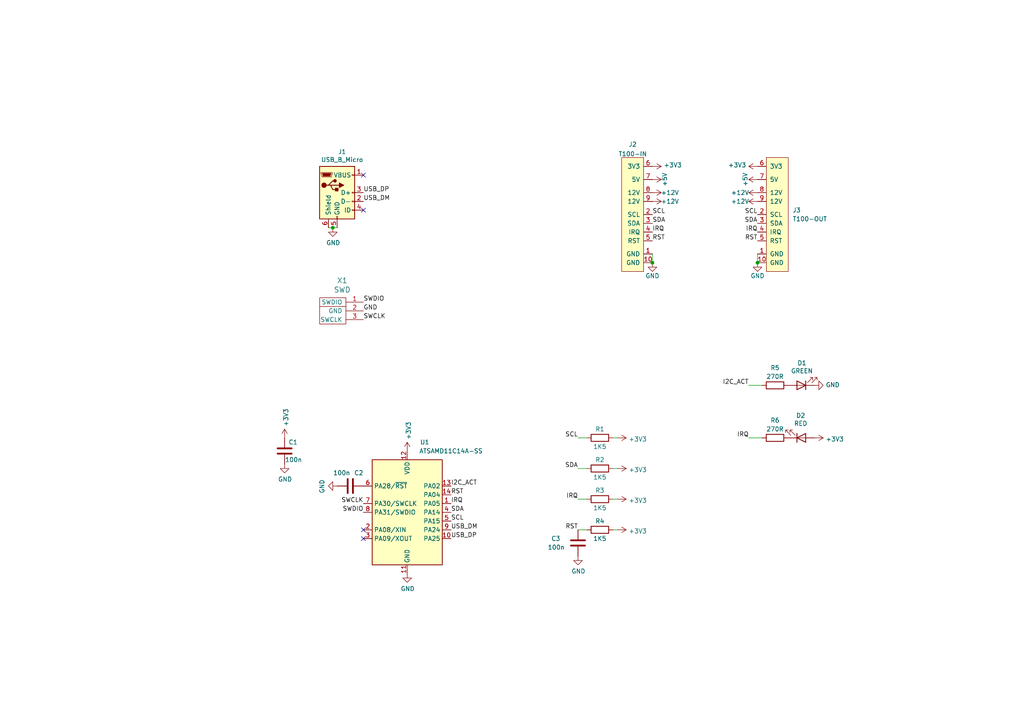
<source format=kicad_sch>
(kicad_sch (version 20211123) (generator eeschema)
  (paper "A4")
  (lib_symbols
    (symbol "Connector:USB_B_Micro" (pin_names (offset 1.016))
      (property "Reference" "J" (at -5.08 11.43 0))
      (property "Value" "USB_B_Micro" (at -5.08 8.89 0))
      (symbol "USB_B_Micro_0_1"
        (rectangle (start -5.08 -7.62) (end 5.08 7.62) (stroke (width 0.254)) (fill (type background)))
        (circle (center -3.81 2.159) (radius 0.635) (stroke (width 0.254)) (fill (type outline)))
        (circle (center -0.635 3.429) (radius 0.381) (stroke (width 0.254)) (fill (type outline)))
        (rectangle (start -0.127 -7.62) (end 0.127 -6.858))
        (polyline (pts (xy -1.905 2.159) (xy 0.635 2.159)) (stroke (width 0.254)))
        (polyline (pts (xy -3.175 2.159) (xy -2.54 2.159) (xy -1.27 3.429) (xy -0.635 3.429)) (stroke (width 0.254)))
        (polyline (pts (xy -2.54 2.159) (xy -1.905 2.159) (xy -1.27 0.889) (xy 0 0.889)) (stroke (width 0.254)))
        (polyline (pts (xy 0.635 2.794) (xy 0.635 1.524) (xy 1.905 2.159) (xy 0.635 2.794)) (stroke (width 0.254)) (fill (type outline)))
        (polyline (pts (xy -4.318 5.588) (xy -1.778 5.588) (xy -2.032 4.826) (xy -4.064 4.826) (xy -4.318 5.588)) (fill (type outline)))
        (polyline (pts (xy -4.699 5.842) (xy -4.699 5.588) (xy -4.445 4.826) (xy -4.445 4.572) (xy -1.651 4.572) (xy -1.651 4.826) (xy -1.397 5.588) (xy -1.397 5.842) (xy -4.699 5.842)))
        (rectangle (start 0.254 1.27) (end -0.508 0.508) (stroke (width 0.254)) (fill (type outline)))
        (rectangle (start 5.08 -5.207) (end 4.318 -4.953))
        (rectangle (start 5.08 -2.667) (end 4.318 -2.413))
        (rectangle (start 5.08 -0.127) (end 4.318 0.127))
        (rectangle (start 5.08 4.953) (end 4.318 5.207))
      )
      (symbol "USB_B_Micro_1_1"
        (pin power_out line (at 7.62 5.08 180) (length 2.54) (name "VBUS") (number "1"))
        (pin bidirectional line (at 7.62 -2.54 180) (length 2.54) (name "D-") (number "2"))
        (pin bidirectional line (at 7.62 0 180) (length 2.54) (name "D+") (number "3"))
        (pin passive line (at 7.62 -5.08 180) (length 2.54) (name "ID") (number "4"))
        (pin power_out line (at 0 -10.16 90) (length 2.54) (name "GND") (number "5"))
        (pin passive line (at -2.54 -10.16 90) (length 2.54) (name "Shield") (number "6"))
      )
    )
    (symbol "Device:C" (pin_numbers hide) (pin_names (offset 0.254))
      (property "Reference" "C" (at 0.635 2.54 0))
      (property "Value" "C" (at 0.635 -2.54 0))
      (symbol "C_0_1"
        (polyline (pts (xy -2.032 -0.762) (xy 2.032 -0.762)) (stroke (width 0.508)))
        (polyline (pts (xy -2.032 0.762) (xy 2.032 0.762)) (stroke (width 0.508)))
      )
      (symbol "C_1_1"
        (pin passive line (at 0 3.81 270) (length 2.794) (name "~") (number "1"))
        (pin passive line (at 0 -3.81 90) (length 2.794) (name "~") (number "2"))
      )
    )
    (symbol "Device:LED" (pin_numbers hide) (pin_names (offset 1.016) hide)
      (property "Reference" "D" (at 0 2.54 0))
      (property "Value" "LED" (at 0 -2.54 0))
      (symbol "LED_0_1"
        (polyline (pts (xy -1.27 -1.27) (xy -1.27 1.27)) (stroke (width 0.254)))
        (polyline (pts (xy -1.27 0) (xy 1.27 0)))
        (polyline (pts (xy 1.27 -1.27) (xy 1.27 1.27) (xy -1.27 0) (xy 1.27 -1.27)) (stroke (width 0.254)))
        (polyline (pts (xy -3.048 -0.762) (xy -4.572 -2.286) (xy -3.81 -2.286) (xy -4.572 -2.286) (xy -4.572 -1.524)))
        (polyline (pts (xy -1.778 -0.762) (xy -3.302 -2.286) (xy -2.54 -2.286) (xy -3.302 -2.286) (xy -3.302 -1.524)))
      )
      (symbol "LED_1_1"
        (pin passive line (at -3.81 0 0) (length 2.54) (name "K") (number "1"))
        (pin passive line (at 3.81 0 180) (length 2.54) (name "A") (number "2"))
      )
    )
    (symbol "Device:R" (pin_numbers hide) (pin_names (offset 0))
      (property "Reference" "R" (at 2.032 0 90))
      (property "Value" "R" (at 0 0 90))
      (symbol "R_0_1"
        (rectangle (start -1.016 -2.54) (end 1.016 2.54) (stroke (width 0.254)))
      )
      (symbol "R_1_1"
        (pin passive line (at 0 3.81 270) (length 1.27) (name "~") (number "1"))
        (pin passive line (at 0 -3.81 90) (length 1.27) (name "~") (number "2"))
      )
    )
    (symbol "Drake:SWD" (pin_names (offset 1.016))
      (property "Reference" "X" (at 0 6.35 0))
      (property "Value" "SWD" (at 0 -6.35 0))
      (symbol "SWD_0_1"
        (polyline (pts (xy 3.81 1.27) (xy -3.81 1.27)))
        (rectangle (start 3.81 3.81) (end -3.81 -3.81))
      )
      (symbol "SWD_1_1"
        (pin bidirectional line (at 8.89 2.54 180) (length 5.08) (name "SWDIO") (number "1"))
        (pin power_in line (at 8.89 0 180) (length 5.08) (name "GND") (number "2"))
        (pin bidirectional line (at 8.89 -2.54 180) (length 5.08) (name "SWCLK") (number "3"))
      )
    )
    (symbol "Drake:T100-IN" (pin_names (offset 1.016))
      (property "Reference" "J" (at -3.81 -17.78 0))
      (property "Value" "T100-IN" (at -2.54 17.78 0))
      (symbol "T100-IN_0_0"
        (pin power_out line (at 2.54 -11.43 180) (length 2.54) (name "GND") (number "1"))
        (pin power_in line (at 2.54 -13.97 180) (length 2.54) (name "GND") (number "10"))
        (pin output line (at 2.54 0 180) (length 2.54) (name "SCL") (number "2"))
        (pin bidirectional line (at 2.54 -2.54 180) (length 2.54) (name "SDA") (number "3"))
        (pin bidirectional line (at 2.54 -5.08 180) (length 2.54) (name "IRQ") (number "4"))
        (pin bidirectional line (at 2.54 -7.62 180) (length 2.54) (name "RST") (number "5"))
        (pin power_out line (at 2.54 13.97 180) (length 2.54) (name "3V3") (number "6"))
        (pin power_out line (at 2.54 10.16 180) (length 2.54) (name "5V") (number "7"))
        (pin power_out line (at 2.54 6.35 180) (length 2.54) (name "12V") (number "8"))
        (pin power_in line (at 2.54 3.81 180) (length 2.54) (name "12V") (number "9"))
      )
      (symbol "T100-IN_0_1"
        (rectangle (start 0 16.51) (end -6.35 -16.51) (fill (type background)))
      )
    )
    (symbol "Drake:T100-OUT" (pin_names (offset 1.016))
      (property "Reference" "J" (at 1.27 -17.78 0))
      (property "Value" "T100-OUT" (at 3.81 17.78 0))
      (symbol "T100-OUT_0_0"
        (pin power_in line (at -2.54 -11.43 0) (length 2.54) (name "GND") (number "1"))
        (pin power_in line (at -2.54 -13.97 0) (length 2.54) (name "GND") (number "10"))
        (pin input line (at -2.54 0 0) (length 2.54) (name "SCL") (number "2"))
        (pin bidirectional line (at -2.54 -2.54 0) (length 2.54) (name "SDA") (number "3"))
        (pin bidirectional line (at -2.54 -5.08 0) (length 2.54) (name "IRQ") (number "4"))
        (pin bidirectional line (at -2.54 -7.62 0) (length 2.54) (name "RST") (number "5"))
        (pin power_in line (at -2.54 13.97 0) (length 2.54) (name "3V3") (number "6"))
        (pin power_in line (at -2.54 10.16 0) (length 2.54) (name "5V") (number "7"))
        (pin power_in line (at -2.54 6.35 0) (length 2.54) (name "12V") (number "8"))
        (pin power_in line (at -2.54 3.81 0) (length 2.54) (name "12V") (number "9"))
      )
      (symbol "T100-OUT_0_1"
        (rectangle (start 6.35 16.51) (end 0 -16.51) (fill (type background)))
      )
    )
    (symbol "MCU_Microchip_SAMD:ATSAMD11C14A-SS"
      (property "Reference" "U" (at -10.16 16.51 0))
      (property "Value" "ATSAMD11C14A-SS" (at 1.27 16.51 0))
      (symbol "ATSAMD11C14A-SS_0_1"
        (rectangle (start -10.16 15.24) (end 10.16 -15.24) (stroke (width 0.254)) (fill (type background)))
      )
      (symbol "ATSAMD11C14A-SS_1_1"
        (pin bidirectional line (at 12.7 2.54 180) (length 2.54) (name "PA05") (number "1"))
        (pin bidirectional line (at 12.7 -7.62 180) (length 2.54) (name "PA25") (number "10"))
        (pin power_in line (at 0 -17.78 90) (length 2.54) (name "GND") (number "11"))
        (pin power_in line (at 0 17.78 270) (length 2.54) (name "VDD") (number "12"))
        (pin bidirectional line (at 12.7 7.62 180) (length 2.54) (name "PA02") (number "13"))
        (pin bidirectional line (at 12.7 5.08 180) (length 2.54) (name "PA04") (number "14"))
        (pin bidirectional line (at -12.7 -5.08 0) (length 2.54) (name "PA08/XIN") (number "2"))
        (pin bidirectional line (at -12.7 -7.62 0) (length 2.54) (name "PA09/XOUT") (number "3"))
        (pin bidirectional line (at 12.7 0 180) (length 2.54) (name "PA14") (number "4"))
        (pin bidirectional line (at 12.7 -2.54 180) (length 2.54) (name "PA15") (number "5"))
        (pin bidirectional line (at -12.7 7.62 0) (length 2.54) (name "PA28/~{RST}") (number "6"))
        (pin bidirectional line (at -12.7 2.54 0) (length 2.54) (name "PA30/SWCLK") (number "7"))
        (pin bidirectional line (at -12.7 0 0) (length 2.54) (name "PA31/SWDIO") (number "8"))
        (pin bidirectional line (at 12.7 -5.08 180) (length 2.54) (name "PA24") (number "9"))
      )
    )
    (symbol "power:+12V" (power) (pin_names (offset 0))
      (property "Value" "+12V" (at 0 3.556 0))
      (symbol "+12V_0_1"
        (polyline (pts (xy -0.762 1.27) (xy 0 2.54)))
        (polyline (pts (xy 0 0) (xy 0 2.54)))
        (polyline (pts (xy 0 2.54) (xy 0.762 1.27)))
      )
      (symbol "+12V_1_1"
        (pin power_in line (at 0 0 90) (length 0) hide (name "+12V") (number "1"))
      )
    )
    (symbol "power:+3V3" (power) (pin_names (offset 0))
      (property "Value" "+3V3" (at 0 3.556 0))
      (symbol "+3V3_0_1"
        (polyline (pts (xy -0.762 1.27) (xy 0 2.54)))
        (polyline (pts (xy 0 0) (xy 0 2.54)))
        (polyline (pts (xy 0 2.54) (xy 0.762 1.27)))
      )
      (symbol "+3V3_1_1"
        (pin power_in line (at 0 0 90) (length 0) hide (name "+3V3") (number "1"))
      )
    )
    (symbol "power:+5V" (power) (pin_names (offset 0))
      (property "Value" "+5V" (at 0 3.556 0))
      (symbol "+5V_0_1"
        (polyline (pts (xy -0.762 1.27) (xy 0 2.54)))
        (polyline (pts (xy 0 0) (xy 0 2.54)))
        (polyline (pts (xy 0 2.54) (xy 0.762 1.27)))
      )
      (symbol "+5V_1_1"
        (pin power_in line (at 0 0 90) (length 0) hide (name "+5V") (number "1"))
      )
    )
    (symbol "power:GND" (power) (pin_names (offset 0))
      (property "Value" "GND" (at 0 -3.81 0))
      (symbol "GND_0_1"
        (polyline (pts (xy 0 0) (xy 0 -1.27) (xy 1.27 -1.27) (xy 0 -2.54) (xy -1.27 -1.27) (xy 0 -1.27)))
      )
      (symbol "GND_1_1"
        (pin power_in line (at 0 0 270) (length 0) hide (name "GND") (number "1"))
      )
    )
  )
  (junction (at 96.52 66.04))
  (junction (at 189.23 76.2))
  (junction (at 219.71 76.2))
  (no_connect (at 105.41 156.21))
  (no_connect (at 105.41 60.96))
  (no_connect (at 105.41 153.67))
  (no_connect (at 105.41 50.8))
  (wire (pts (xy 170.18 144.78) (xy 167.64 144.78)))
  (wire (pts (xy 177.8 153.67) (xy 179.07 153.67)))
  (wire (pts (xy 217.17 127) (xy 220.98 127)))
  (wire (pts (xy 219.71 73.66) (xy 219.71 76.2)))
  (wire (pts (xy 177.8 135.89) (xy 179.07 135.89)))
  (wire (pts (xy 189.23 73.66) (xy 189.23 76.2)))
  (wire (pts (xy 96.52 66.04) (xy 97.79 66.04)))
  (wire (pts (xy 170.18 127) (xy 167.64 127)))
  (wire (pts (xy 170.18 135.89) (xy 167.64 135.89)))
  (wire (pts (xy 177.8 127) (xy 179.07 127)))
  (wire (pts (xy 177.8 144.78) (xy 179.07 144.78)))
  (wire (pts (xy 95.25 66.04) (xy 96.52 66.04)))
  (wire (pts (xy 217.17 111.76) (xy 220.98 111.76)))
  (wire (pts (xy 170.18 153.67) (xy 167.64 153.67)))
  (label "SCL" (at 189.23 62.23 0))
  (label "SCL" (at 219.71 62.23 180))
  (label "USB_DP" (at 105.41 55.88 0))
  (label "IRQ" (at 219.71 67.31 180))
  (label "RST" (at 130.81 143.51 0))
  (label "SWCLK" (at 105.41 146.05 180))
  (label "RST" (at 219.71 69.85 180))
  (label "SCL" (at 167.64 127 180))
  (label "IRQ" (at 167.64 144.78 180))
  (label "SDA" (at 167.64 135.89 180))
  (label "IRQ" (at 189.23 67.31 0))
  (label "GND" (at 105.41 90.17 0))
  (label "USB_DM" (at 105.41 58.42 0))
  (label "IRQ" (at 130.81 146.05 0))
  (label "USB_DP" (at 130.81 156.21 0))
  (label "USB_DM" (at 130.81 153.67 0))
  (label "I2C_ACT" (at 130.81 140.97 0))
  (label "SWDIO" (at 105.41 87.63 0))
  (label "SDA" (at 219.71 64.77 180))
  (label "SWDIO" (at 105.41 148.59 180))
  (label "IRQ" (at 217.17 127 180))
  (label "SCL" (at 130.81 151.13 0))
  (label "SDA" (at 189.23 64.77 0))
  (label "SDA" (at 130.81 148.59 0))
  (label "RST" (at 189.23 69.85 0))
  (label "SWCLK" (at 105.41 92.71 0))
  (label "RST" (at 167.64 153.67 180))
  (label "I2C_ACT" (at 217.17 111.76 180))
  (symbol (lib_id "Drake:T100-OUT") (at 222.25 62.23 0) (unit 1)
    (property "Reference" "J3" (at 229.87 60.96 0) (effects (justify left)))
    (property "Value" "T100-OUT" (at 229.87 63.5 0) (effects (justify left)))
    (property "Footprint" "Connector_PinSocket_2.54mm:PinSocket_1x10_P2.54mm_Horizontal" (effects hide))
  )
  (symbol (lib_id "power:+5V") (at 219.71 52.07 90) (unit 1)
    (property "Reference" "#PWR018" (effects hide))
    (property "Value" "+5V" (at 216.154 52.07 0))
  )
  (symbol (lib_id "power:+3V3") (at 219.71 48.26 90) (unit 1)
    (property "Reference" "#PWR017" (effects hide))
    (property "Value" "+3V3" (at 216.4588 47.879 90) (effects (justify left)))
  )
  (symbol (lib_id "power:+12V") (at 219.71 55.88 90) (unit 1)
    (property "Reference" "#PWR019" (effects hide))
    (property "Value" "+12V" (at 214.63 55.88 90))
  )
  (symbol (lib_id "power:+12V") (at 219.71 58.42 90) (unit 1)
    (property "Reference" "#PWR020" (effects hide))
    (property "Value" "+12V" (at 214.63 58.42 90))
  )
  (symbol (lib_id "power:GND") (at 219.71 76.2 0) (unit 1)
    (property "Reference" "#PWR021" (effects hide))
    (property "Value" "GND" (at 219.71 80.01 0))
  )
  (symbol (lib_id "Connector:USB_B_Micro") (at 97.79 55.88 0) (unit 1)
    (property "Reference" "J1" (at 99.2378 44.0182 0))
    (property "Value" "USB_B_Micro" (at 99.2378 46.3296 0))
    (property "Footprint" "Drake:conn_usb_B_micro_smd-2" (effects hide))
  )
  (symbol (lib_id "power:GND") (at 97.79 140.97 270) (unit 1)
    (property "Reference" "#PWR04" (effects hide))
    (property "Value" "GND" (at 93.3958 141.097 0))
  )
  (symbol (lib_id "power:GND") (at 96.52 66.04 0) (unit 1)
    (property "Reference" "#PWR03" (effects hide))
    (property "Value" "GND" (at 96.647 70.4342 0))
  )
  (symbol (lib_id "Device:R") (at 224.79 111.76 90) (unit 1)
    (property "Reference" "R5" (at 224.79 106.68 90))
    (property "Value" "270R" (at 224.79 109.22 90))
    (property "Footprint" "Resistor_SMD:R_0805_2012Metric" (effects hide))
  )
  (symbol (lib_id "Device:LED") (at 232.41 111.76 180) (unit 1)
    (property "Reference" "D1" (at 232.5878 105.283 0))
    (property "Value" "GREEN" (at 232.5878 107.5944 0))
    (property "Footprint" "LED_SMD:LED_0805_2012Metric_Pad1.15x1.40mm_HandSolder" (effects hide))
  )
  (symbol (lib_id "Device:R") (at 224.79 127 90) (unit 1)
    (property "Reference" "R6" (at 224.79 121.92 90))
    (property "Value" "270R" (at 224.79 124.46 90))
    (property "Footprint" "Resistor_SMD:R_0805_2012Metric" (effects hide))
  )
  (symbol (lib_id "Device:LED") (at 232.41 127 0) (mirror x) (unit 1)
    (property "Reference" "D2" (at 232.2322 120.523 0))
    (property "Value" "RED" (at 232.2322 122.8344 0))
    (property "Footprint" "LED_SMD:LED_0805_2012Metric_Pad1.15x1.40mm_HandSolder" (effects hide))
  )
  (symbol (lib_id "power:+3V3") (at 236.22 127 270) (unit 1)
    (property "Reference" "#PWR023" (effects hide))
    (property "Value" "+3V3" (at 239.4712 127.381 90) (effects (justify left)))
  )
  (symbol (lib_id "Device:R") (at 173.99 127 90) (unit 1)
    (property "Reference" "R1" (at 173.99 124.46 90))
    (property "Value" "1K5" (at 173.99 129.54 90))
    (property "Footprint" "Resistor_SMD:R_0805_2012Metric" (effects hide))
  )
  (symbol (lib_id "power:+3V3") (at 179.07 127 270) (unit 1)
    (property "Reference" "#PWR08" (effects hide))
    (property "Value" "+3V3" (at 182.3212 127.381 90) (effects (justify left)))
  )
  (symbol (lib_id "Device:R") (at 173.99 135.89 90) (unit 1)
    (property "Reference" "R2" (at 173.99 133.35 90))
    (property "Value" "1K5" (at 173.99 138.43 90))
    (property "Footprint" "Resistor_SMD:R_0805_2012Metric" (effects hide))
  )
  (symbol (lib_id "power:+3V3") (at 179.07 135.89 270) (unit 1)
    (property "Reference" "#PWR09" (effects hide))
    (property "Value" "+3V3" (at 182.3212 136.271 90) (effects (justify left)))
  )
  (symbol (lib_id "Device:R") (at 173.99 144.78 90) (unit 1)
    (property "Reference" "R3" (at 173.99 142.24 90))
    (property "Value" "1K5" (at 173.99 147.32 90))
    (property "Footprint" "Resistor_SMD:R_0805_2012Metric" (effects hide))
  )
  (symbol (lib_id "power:+3V3") (at 179.07 144.78 270) (unit 1)
    (property "Reference" "#PWR010" (effects hide))
    (property "Value" "+3V3" (at 182.3212 145.161 90) (effects (justify left)))
  )
  (symbol (lib_id "Device:R") (at 173.99 153.67 90) (unit 1)
    (property "Reference" "R4" (at 173.99 151.13 90))
    (property "Value" "1K5" (at 173.99 156.21 90))
    (property "Footprint" "Resistor_SMD:R_0805_2012Metric" (effects hide))
  )
  (symbol (lib_id "power:+3V3") (at 179.07 153.67 270) (unit 1)
    (property "Reference" "#PWR011" (effects hide))
    (property "Value" "+3V3" (at 182.3212 154.051 90) (effects (justify left)))
  )
  (symbol (lib_id "Device:C") (at 82.55 130.81 180) (unit 1)
    (property "Reference" "C1" (at 86.36 128.27 0) (effects (justify left)))
    (property "Value" "100n" (at 87.63 133.35 0) (effects (justify left)))
    (property "Footprint" "Capacitor_SMD:C_0805_2012Metric" (effects hide))
  )
  (symbol (lib_id "power:GND") (at 82.55 134.62 0) (unit 1)
    (property "Reference" "#PWR02" (effects hide))
    (property "Value" "GND" (at 82.677 139.0142 0))
  )
  (symbol (lib_id "MCU_Microchip_SAMD:ATSAMD11C14A-SS") (at 118.11 148.59 0) (unit 1)
    (property "Reference" "U1" (at 123.19 128.27 0))
    (property "Value" "ATSAMD11C14A-SS" (at 130.81 130.81 0))
    (property "Footprint" "Package_SO:SOIC-14_3.9x8.7mm_P1.27mm" (effects hide))
    (property "Datasheet" "http://ww1.microchip.com/downloads/en/DeviceDoc/Atmel-42363-SAM-D11_Datasheet.pdf" (effects hide))
  )
  (symbol (lib_id "power:GND") (at 236.22 111.76 90) (unit 1)
    (property "Reference" "#PWR022" (effects hide))
    (property "Value" "GND" (at 239.4712 111.633 90) (effects (justify right)))
  )
  (symbol (lib_id "Device:C") (at 101.6 140.97 90) (unit 1)
    (property "Reference" "C2" (at 105.41 137.16 90) (effects (justify left)))
    (property "Value" "100n" (at 101.6 137.16 90) (effects (justify left)))
    (property "Footprint" "Capacitor_SMD:C_0805_2012Metric" (effects hide))
  )
  (symbol (lib_id "Drake:SWD") (at 96.52 90.17 0) (unit 1)
    (property "Reference" "X1" (at 99.2632 81.3562 0) (effects (font (size 1.524 1.524))))
    (property "Value" "SWD" (at 99.2632 84.0486 0) (effects (font (size 1.524 1.524))))
    (property "Footprint" "drake:SWD" (effects hide))
  )
  (symbol (lib_id "power:+3V3") (at 118.11 130.81 0) (unit 1)
    (property "Reference" "#PWR05" (effects hide))
    (property "Value" "+3V3" (at 118.491 127.5588 90) (effects (justify left)))
  )
  (symbol (lib_id "power:GND") (at 118.11 166.37 0) (unit 1)
    (property "Reference" "#PWR06" (effects hide))
    (property "Value" "GND" (at 118.237 170.7642 0))
  )
  (symbol (lib_id "power:+3V3") (at 82.55 127 0) (unit 1)
    (property "Reference" "#PWR01" (effects hide))
    (property "Value" "+3V3" (at 82.931 123.7488 90) (effects (justify left)))
  )
  (symbol (lib_id "Device:C") (at 167.64 157.48 180) (unit 1)
    (property "Reference" "C3" (at 162.56 156.21 0) (effects (justify left)))
    (property "Value" "100n" (at 163.83 158.75 0) (effects (justify left)))
    (property "Footprint" "Capacitor_SMD:C_0805_2012Metric" (effects hide))
  )
  (symbol (lib_id "power:GND") (at 167.64 161.29 0) (unit 1)
    (property "Reference" "#PWR07" (effects hide))
    (property "Value" "GND" (at 167.767 165.6842 0))
  )
  (symbol (lib_id "power:+5V") (at 189.23 52.07 270) (mirror x) (unit 1)
    (property "Reference" "#PWR013" (effects hide))
    (property "Value" "+5V" (at 192.786 52.07 0))
  )
  (symbol (lib_id "power:+12V") (at 189.23 58.42 270) (mirror x) (unit 1)
    (property "Reference" "#PWR015" (effects hide))
    (property "Value" "+12V" (at 194.31 58.42 90))
  )
  (symbol (lib_id "Drake:T100-IN") (at 186.69 62.23 0) (unit 1)
    (property "Reference" "J2" (at 183.515 41.8805 0))
    (property "Value" "T100-IN" (at 183.515 44.6556 0))
    (property "Footprint" "Connector_PinHeader_2.54mm:PinHeader_1x10_P2.54mm_Horizontal" (effects hide))
  )
  (symbol (lib_id "power:+12V") (at 189.23 55.88 270) (mirror x) (unit 1)
    (property "Reference" "#PWR014" (effects hide))
    (property "Value" "+12V" (at 194.31 55.88 90))
  )
  (symbol (lib_id "power:+3V3") (at 189.23 48.26 270) (mirror x) (unit 1)
    (property "Reference" "#PWR012" (effects hide))
    (property "Value" "+3V3" (at 192.4812 47.879 90) (effects (justify left)))
  )
  (symbol (lib_id "power:GND") (at 189.23 76.2 0) (mirror y) (unit 1)
    (property "Reference" "#PWR016" (effects hide))
    (property "Value" "GND" (at 189.23 80.01 0))
  )
)
</source>
